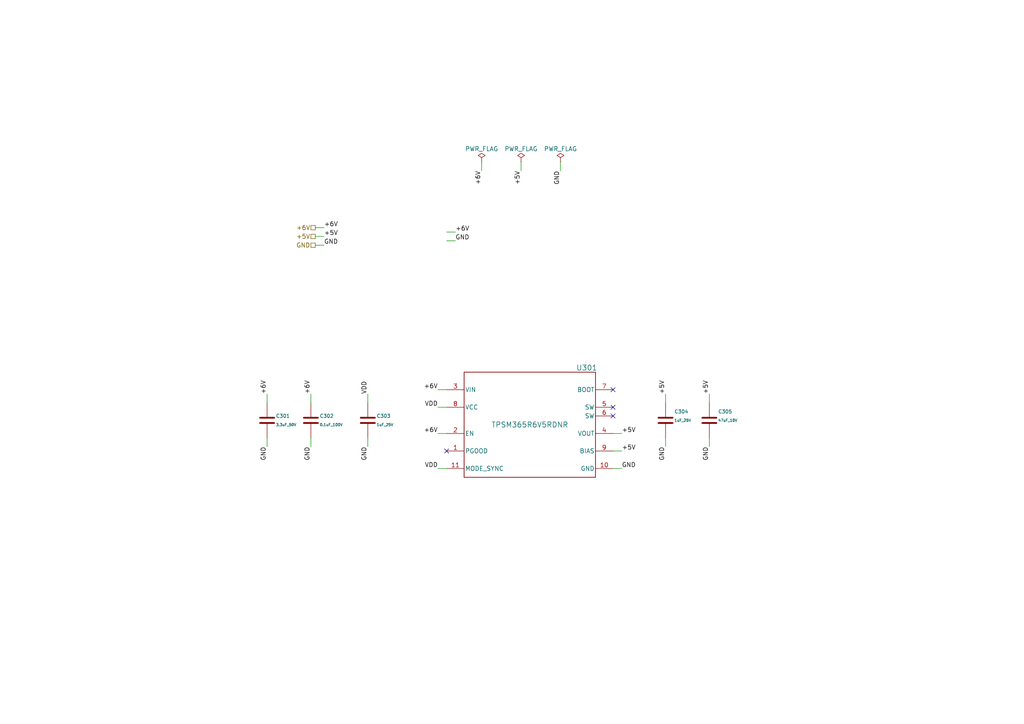
<source format=kicad_sch>
(kicad_sch (version 20230121) (generator eeschema)
  (paper "A4")
  (title_block (title "thruster-pcb") (date "2024-10-22") (rev "2.1") (company "Mechatronic Magic"))
  (lib_symbols
    (symbol "Janelia:C_0.1uF_100V_0402" (pin_numbers hide) (pin_names (offset 0.254))
      (property "Reference" "C" (at 0 2.54 0))
      (property "Value" "0.1uF_100V" (at 0 0 0))
      (symbol "C_0.1uF_100V_0402_0_1"
        (polyline (pts (xy -2.032 -0.762) (xy 2.032 -0.762)) (stroke (width 0.508)))
        (polyline (pts (xy -2.032 0.762) (xy 2.032 0.762)) (stroke (width 0.508)))
      )
      (symbol "C_0.1uF_100V_0402_1_1"
        (pin passive line (at 0 5.08 270) (length 4.318) (name "~") (number "1"))
        (pin passive line (at 0 -5.08 90) (length 4.318) (name "~") (number "2"))
      )
    )
    (symbol "Janelia:C_1uF_25V_0402" (pin_numbers hide) (pin_names (offset 0.254))
      (property "Reference" "C" (at 0 2.54 0))
      (property "Value" "1uF_25V" (at 0 0 0))
      (symbol "C_1uF_25V_0402_0_1"
        (polyline (pts (xy -2.032 -0.762) (xy 2.032 -0.762)) (stroke (width 0.508)))
        (polyline (pts (xy -2.032 0.762) (xy 2.032 0.762)) (stroke (width 0.508)))
      )
      (symbol "C_1uF_25V_0402_1_1"
        (pin passive line (at 0 5.08 270) (length 4.318) (name "~") (number "1"))
        (pin passive line (at 0 -5.08 90) (length 4.318) (name "~") (number "2"))
      )
    )
    (symbol "Janelia:C_3.3uF_50V_1210" (pin_numbers hide) (pin_names (offset 0.254))
      (property "Reference" "C" (at 0 2.54 0))
      (property "Value" "3.3uF_50V" (at 0 0 0))
      (symbol "C_3.3uF_50V_1210_0_1"
        (polyline (pts (xy -2.032 -0.762) (xy 2.032 -0.762)) (stroke (width 0.508)))
        (polyline (pts (xy -2.032 0.762) (xy 2.032 0.762)) (stroke (width 0.508)))
      )
      (symbol "C_3.3uF_50V_1210_1_1"
        (pin passive line (at 0 5.08 270) (length 4.318) (name "~") (number "1"))
        (pin passive line (at 0 -5.08 90) (length 4.318) (name "~") (number "2"))
      )
    )
    (symbol "Janelia:C_47uF_10V_0805" (pin_numbers hide) (pin_names (offset 0.254))
      (property "Reference" "C" (at 0 2.54 0))
      (property "Value" "47uF_10V" (at 0 0 0))
      (symbol "C_47uF_10V_0805_0_1"
        (polyline (pts (xy -2.032 -0.762) (xy 2.032 -0.762)) (stroke (width 0.508)))
        (polyline (pts (xy -2.032 0.762) (xy 2.032 0.762)) (stroke (width 0.508)))
      )
      (symbol "C_47uF_10V_0805_1_1"
        (pin passive line (at 0 5.08 270) (length 4.318) (name "~") (number "1"))
        (pin passive line (at 0 -5.08 90) (length 4.318) (name "~") (number "2"))
      )
    )
    (symbol "Janelia:TPSM365R6V5RDNR" (pin_names (offset 0.254))
      (property "Reference" "U" (at 16.51 16.51 0))
      (property "Value" "TPSM365R6V5RDNR" (at 0 0 0))
      (symbol "TPSM365R6V5RDNR_0_1"
        (polyline (pts (xy -19.05 -15.24) (xy 19.05 -15.24)) (stroke (width 0.2032)))
        (polyline (pts (xy -19.05 15.24) (xy -19.05 -15.24)) (stroke (width 0.2032)))
        (polyline (pts (xy 19.05 -15.24) (xy 19.05 15.24)) (stroke (width 0.2032)))
        (polyline (pts (xy 19.05 15.24) (xy -19.05 15.24)) (stroke (width 0.2032)))
        (pin open_collector line (at -24.13 -7.62 0) (length 5.08) (name "PGOOD") (number "1"))
        (pin power_in line (at 24.13 -12.7 180) (length 5.08) (name "GND") (number "10"))
        (pin unspecified line (at -24.13 -12.7 0) (length 5.08) (name "MODE_SYNC") (number "11"))
        (pin input line (at -24.13 -2.54 0) (length 5.08) (name "EN") (number "2"))
        (pin power_in line (at -24.13 10.16 0) (length 5.08) (name "VIN") (number "3"))
        (pin unspecified line (at 24.13 -2.54 180) (length 5.08) (name "VOUT") (number "4"))
        (pin unspecified line (at 24.13 5.08 180) (length 5.08) (name "SW") (number "5"))
        (pin unspecified line (at 24.13 2.54 180) (length 5.08) (name "SW") (number "6"))
        (pin unspecified line (at 24.13 10.16 180) (length 5.08) (name "BOOT") (number "7"))
        (pin unspecified line (at -24.13 5.08 0) (length 5.08) (name "VCC") (number "8"))
        (pin unspecified line (at 24.13 -7.62 180) (length 5.08) (name "BIAS") (number "9"))
      )
    )
    (symbol "power:PWR_FLAG" (power) (pin_numbers hide) (pin_names (offset 0) hide)
      (property "Value" "PWR_FLAG" (at 0 3.81 0))
      (symbol "PWR_FLAG_0_0"
        (pin power_out line (at 0 0 90) (length 0) (name "pwr") (number "1"))
      )
      (symbol "PWR_FLAG_0_1"
        (polyline (pts (xy 0 0) (xy 0 1.27) (xy -1.016 1.905) (xy 0 2.54) (xy 1.016 1.905) (xy 0 1.27)))
      )
    )
  )
  (no_connect (at 177.8 118.11))
  (no_connect (at 177.8 120.65))
  (no_connect (at 129.54 130.81))
  (no_connect (at 177.8 113.03))
  (wire (pts (xy 205.74 116.84) (xy 205.74 114.3)))
  (wire (pts (xy 129.54 113.03) (xy 127 113.03)))
  (wire (pts (xy 91.44 71.12) (xy 93.98 71.12)))
  (wire (pts (xy 177.8 125.73) (xy 180.34 125.73)))
  (wire (pts (xy 129.54 135.89) (xy 127 135.89)))
  (wire (pts (xy 139.7 46.99) (xy 139.7 49.53)))
  (wire (pts (xy 91.44 68.58) (xy 93.98 68.58)))
  (wire (pts (xy 90.17 116.84) (xy 90.17 114.3)))
  (wire (pts (xy 106.68 127) (xy 106.68 129.54)))
  (wire (pts (xy 177.8 130.81) (xy 180.34 130.81)))
  (wire (pts (xy 77.47 127) (xy 77.47 129.54)))
  (wire (pts (xy 91.44 66.04) (xy 93.98 66.04)))
  (wire (pts (xy 129.54 69.85) (xy 132.08 69.85)))
  (wire (pts (xy 129.54 67.31) (xy 132.08 67.31)))
  (wire (pts (xy 193.04 116.84) (xy 193.04 114.3)))
  (wire (pts (xy 77.47 116.84) (xy 77.47 114.3)))
  (wire (pts (xy 193.04 127) (xy 193.04 129.54)))
  (wire (pts (xy 90.17 127) (xy 90.17 129.54)))
  (wire (pts (xy 129.54 125.73) (xy 127 125.73)))
  (wire (pts (xy 106.68 116.84) (xy 106.68 114.3)))
  (wire (pts (xy 177.8 135.89) (xy 180.34 135.89)))
  (wire (pts (xy 129.54 118.11) (xy 127 118.11)))
  (wire (pts (xy 151.13 46.99) (xy 151.13 49.53)))
  (wire (pts (xy 162.56 46.99) (xy 162.56 49.53)))
  (wire (pts (xy 205.74 127) (xy 205.74 129.54)))
  (label "+5V" (at 180.34 130.81 0))
  (label "GND" (at 180.34 135.89 0))
  (label "+6V" (at 90.17 114.3 90))
  (label "+5V" (at 205.74 114.3 90))
  (label "GND" (at 162.56 49.53 270))
  (label "GND" (at 132.08 69.85 0))
  (label "VDD" (at 127 118.11 180))
  (label "+6V" (at 127 125.73 180))
  (label "+6V" (at 132.08 67.31 0))
  (label "GND" (at 193.04 129.54 270))
  (label "VDD" (at 106.68 114.3 90))
  (label "GND" (at 205.74 129.54 270))
  (label "+6V" (at 139.7 49.53 270))
  (label "+5V" (at 193.04 114.3 90))
  (label "+6V" (at 93.98 66.04 0))
  (label "VDD" (at 127 135.89 180))
  (label "+6V" (at 77.47 114.3 90))
  (label "+5V" (at 151.13 49.53 270))
  (label "+6V" (at 127 113.03 180))
  (label "GND" (at 93.98 71.12 0))
  (label "GND" (at 77.47 129.54 270))
  (label "+5V" (at 93.98 68.58 0))
  (label "GND" (at 106.68 129.54 270))
  (label "+5V" (at 180.34 125.73 0))
  (label "GND" (at 90.17 129.54 270))
  (hierarchical_label "+5V" (shape passive) (at 91.44 68.58 180))
  (hierarchical_label "GND" (shape passive) (at 91.44 71.12 180))
  (hierarchical_label "+6V" (shape passive) (at 91.44 66.04 180))
  (symbol (lib_id "Janelia:C_1uF_25V_0402") (at 106.68 121.92 0) (unit 1)
    (property "Reference" "C303" (at 109.22 120.65 0) (effects (font (size 1.016 1.016)) (justify left)))
    (property "Value" "1uF_25V" (at 109.22 123.19 0) (effects (font (size 0.762 0.762)) (justify left)))
    (property "Footprint" "Janelia:C_0402_1005Metric" (effects hide))
    (property "Vendor" "Digi-Key" (effects hide))
    (property "Vendor Part Number" "490-12263-1-ND" (effects hide))
    (property "Synopsis" "CAP CER 1UF 25V X5R" (effects hide))
    (property "Package" "0402" (effects hide))
    (property "Manufacturer" "Murata Electronics" (effects hide))
    (property "Manufacturer Part Number" "GRT155R61E105KE01D" (effects hide))
    (property "LCSC" "C711085" (effects hide))
  )
  (symbol (lib_id "power:PWR_FLAG") (at 162.56 46.99 0) (unit 1)
    (property "Reference" "#FLG0303" (effects hide))
    (property "Value" "PWR_FLAG" (at 162.56 43.18 0))
  )
  (symbol (lib_id "Janelia:TPSM365R6V5RDNR") (at 153.67 123.19 0) (unit 1)
    (property "Reference" "U301" (at 170.18 106.68 0) (effects (font (size 1.524 1.524))))
    (property "Value" "TPSM365R6V5RDNR" (at 153.67 123.19 0) (effects (font (size 1.524 1.524))))
    (property "Footprint" "Janelia:RDN0011A-MFG" (effects hide))
    (property "Synopsis" "DC-DC 5V 600mA Output 3-65V Input" (effects hide))
    (property "Manufacturer" "Texas Instruments" (effects hide))
    (property "Manufacturer Part Number" "TPSM365R6V5RDNR" (effects hide))
    (property "Vendor" "Digi-Key" (effects hide))
    (property "Vendor Part Number" "296-TPSM365R6V5RDNRCT-ND" (effects hide))
    (property "LCSC" "C19078014" (effects hide))
    (property "Package" "QFN-11(3.5x4.5)" (effects hide))
  )
  (symbol (lib_id "power:PWR_FLAG") (at 139.7 46.99 0) (unit 1)
    (property "Reference" "#FLG0301" (effects hide))
    (property "Value" "PWR_FLAG" (at 139.7 43.18 0))
  )
  (symbol (lib_id "power:PWR_FLAG") (at 151.13 46.99 0) (unit 1)
    (property "Reference" "#FLG0302" (effects hide))
    (property "Value" "PWR_FLAG" (at 151.13 43.18 0))
  )
  (symbol (lib_id "Janelia:C_47uF_10V_0805") (at 205.74 121.92 0) (unit 1)
    (property "Reference" "C305" (at 208.28 119.38 0) (effects (font (size 1.016 1.016)) (justify left)))
    (property "Value" "47uF_10V" (at 208.28 121.92 0) (effects (font (size 0.762 0.762)) (justify left)))
    (property "Footprint" "Janelia:C_0805_2012Metric" (effects hide))
    (property "Vendor" "JLCPCB" (effects hide))
    (property "Vendor Part Number" "C6119904" (effects hide))
    (property "Package" "0805" (effects hide))
    (property "Manufacturer" "HRE" (effects hide))
    (property "Manufacturer Part Number" "CGA0805X5R476M100MT" (effects hide))
    (property "Synopsis" "CAP CER 47UF 10V X5R" (effects hide))
    (property "LCSC" "C6119904" (effects hide))
  )
  (symbol (lib_id "Janelia:C_0.1uF_100V_0402") (at 90.17 121.92 0) (unit 1)
    (property "Reference" "C302" (at 92.71 120.65 0) (effects (font (size 1.016 1.016)) (justify left)))
    (property "Value" "0.1uF_100V" (at 92.71 123.19 0) (effects (font (size 0.762 0.762)) (justify left)))
    (property "Footprint" "Janelia:C_0402_1005Metric" (effects hide))
    (property "Vendor" "Digi-Key" (effects hide))
    (property "Vendor Part Number" "490-10458-1-ND" (effects hide))
    (property "Synopsis" "CAP CER 0.1UF 100V X5R" (effects hide))
    (property "Manufacturer" "Murata Electronics" (effects hide))
    (property "Manufacturer Part Number" "GRM155R62A104KE14D" (effects hide))
    (property "Package" "0402" (effects hide))
    (property "LCSC" "C162178" (effects hide))
  )
  (symbol (lib_id "Janelia:C_3.3uF_50V_1210") (at 77.47 121.92 0) (unit 1)
    (property "Reference" "C301" (at 80.01 120.65 0) (effects (font (size 1.016 1.016)) (justify left)))
    (property "Value" "3.3uF_50V" (at 80.01 123.19 0) (effects (font (size 0.762 0.762)) (justify left)))
    (property "Footprint" "Janelia:C_1210_3225Metric" (effects hide))
    (property "Vendor" "JLCPCB" (effects hide))
    (property "Vendor Part Number" "C1021610" (effects hide))
    (property "Synopsis" "50V 3.3uF" (effects hide))
    (property "Package" "1210" (effects hide))
    (property "Manufacturer" "PSA(Prosperity Dielectrics)" (effects hide))
    (property "Manufacturer Part Number" "FS32X335K500EGG" (effects hide))
    (property "LCSC" "C1021610" (effects hide))
  )
  (symbol (lib_id "Janelia:C_1uF_25V_0402") (at 193.04 121.92 0) (unit 1)
    (property "Reference" "C304" (at 195.58 119.38 0) (effects (font (size 1.016 1.016)) (justify left)))
    (property "Value" "1uF_25V" (at 195.58 121.92 0) (effects (font (size 0.762 0.762)) (justify left)))
    (property "Footprint" "Janelia:C_0402_1005Metric" (effects hide))
    (property "Vendor" "Digi-Key" (effects hide))
    (property "Vendor Part Number" "490-12263-1-ND" (effects hide))
    (property "Synopsis" "CAP CER 1UF 25V X5R" (effects hide))
    (property "Package" "0402" (effects hide))
    (property "Manufacturer" "Murata Electronics" (effects hide))
    (property "Manufacturer Part Number" "GRT155R61E105KE01D" (effects hide))
    (property "LCSC" "C711085" (effects hide))
  )
)
</source>
